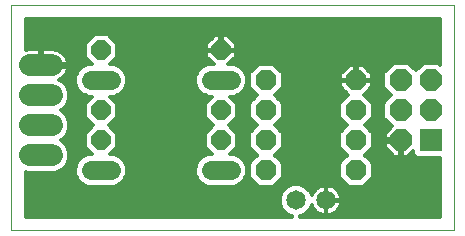
<source format=gtl>
G75*
%MOIN*%
%OFA0B0*%
%FSLAX24Y24*%
%IPPOS*%
%LPD*%
%AMOC8*
5,1,8,0,0,1.08239X$1,22.5*
%
%ADD10C,0.0000*%
%ADD11OC8,0.0680*%
%ADD12C,0.0650*%
%ADD13C,0.0720*%
%ADD14C,0.0640*%
%ADD15OC8,0.0640*%
%ADD16R,0.0740X0.0740*%
%ADD17OC8,0.0740*%
%ADD18C,0.0120*%
D10*
X000100Y000415D02*
X000100Y007911D01*
X014870Y007911D01*
X014870Y000415D01*
X000100Y000415D01*
D11*
X008600Y002415D03*
X008600Y003415D03*
X008600Y004415D03*
X008600Y005415D03*
X011600Y005415D03*
X011600Y004415D03*
X011600Y003415D03*
X011600Y002415D03*
D12*
X010600Y001415D03*
X009600Y001415D03*
D13*
X001460Y002915D02*
X000740Y002915D01*
X000740Y003915D02*
X001460Y003915D01*
X001460Y004915D02*
X000740Y004915D01*
X000740Y005915D02*
X001460Y005915D01*
D14*
X002780Y005415D02*
X003420Y005415D01*
X006780Y005415D02*
X007420Y005415D01*
X007420Y002415D02*
X006780Y002415D01*
X003420Y002415D02*
X002780Y002415D01*
D15*
X003100Y003415D03*
X003100Y004415D03*
X003100Y006415D03*
X007100Y006415D03*
X007100Y004415D03*
X007100Y003415D03*
D16*
X014100Y003415D03*
D17*
X013100Y003415D03*
X013100Y004415D03*
X014100Y004415D03*
X014100Y005415D03*
X013100Y005415D03*
D18*
X013600Y005750D02*
X013344Y006005D01*
X012856Y006005D01*
X012510Y005660D01*
X012510Y005171D01*
X012766Y004915D01*
X012510Y004660D01*
X012510Y004171D01*
X012794Y003887D01*
X012550Y003643D01*
X012550Y003455D01*
X013060Y003455D01*
X013060Y003375D01*
X013140Y003375D01*
X013140Y002865D01*
X013328Y002865D01*
X013510Y003048D01*
X013510Y002954D01*
X013639Y002825D01*
X014410Y002825D01*
X014410Y000875D01*
X009720Y000875D01*
X009909Y000953D01*
X010062Y001107D01*
X010122Y001252D01*
X010132Y001222D01*
X010168Y001151D01*
X010215Y001086D01*
X010271Y001030D01*
X010335Y000983D01*
X010406Y000947D01*
X010482Y000923D01*
X010560Y000910D01*
X010591Y000910D01*
X010591Y001406D01*
X010609Y001406D01*
X010609Y000910D01*
X010640Y000910D01*
X010718Y000923D01*
X010794Y000947D01*
X010865Y000983D01*
X010929Y001030D01*
X010985Y001086D01*
X011032Y001151D01*
X011068Y001222D01*
X011093Y001297D01*
X011105Y001376D01*
X011105Y001406D01*
X010609Y001406D01*
X010609Y001424D01*
X011105Y001424D01*
X011105Y001455D01*
X011093Y001534D01*
X011068Y001609D01*
X011032Y001680D01*
X010985Y001744D01*
X010929Y001801D01*
X010865Y001847D01*
X010794Y001883D01*
X010718Y001908D01*
X010640Y001920D01*
X010609Y001920D01*
X010609Y001424D01*
X010591Y001424D01*
X010591Y001920D01*
X010560Y001920D01*
X010482Y001908D01*
X010406Y001883D01*
X010335Y001847D01*
X010271Y001801D01*
X010215Y001744D01*
X010168Y001680D01*
X010132Y001609D01*
X010122Y001579D01*
X010062Y001724D01*
X009909Y001877D01*
X009708Y001960D01*
X009492Y001960D01*
X009291Y001877D01*
X009138Y001724D01*
X009055Y001524D01*
X009055Y001307D01*
X009138Y001107D01*
X009291Y000953D01*
X009480Y000875D01*
X000600Y000875D01*
X000600Y002346D01*
X000625Y002335D01*
X001575Y002335D01*
X001789Y002424D01*
X002240Y002424D01*
X002240Y002523D02*
X002240Y002308D01*
X002322Y002109D01*
X002474Y001958D01*
X002673Y001875D01*
X003527Y001875D01*
X003726Y001958D01*
X003878Y002109D01*
X003960Y002308D01*
X003960Y002523D01*
X003878Y002721D01*
X003726Y002873D01*
X003527Y002955D01*
X003404Y002955D01*
X003640Y003192D01*
X003640Y003639D01*
X003364Y003915D01*
X003640Y004192D01*
X003640Y004639D01*
X003404Y004875D01*
X003527Y004875D01*
X003726Y004958D01*
X003878Y005109D01*
X003960Y005308D01*
X003960Y005523D01*
X003878Y005721D01*
X003726Y005873D01*
X003527Y005955D01*
X003404Y005955D01*
X003640Y006192D01*
X003640Y006639D01*
X003324Y006955D01*
X002876Y006955D01*
X002560Y006639D01*
X002560Y006192D01*
X002796Y005955D01*
X002673Y005955D01*
X002474Y005873D01*
X002322Y005721D01*
X002240Y005523D01*
X002240Y005308D01*
X002322Y005109D01*
X002474Y004958D01*
X002673Y004875D01*
X002796Y004875D01*
X002560Y004639D01*
X002560Y004192D01*
X002836Y003915D01*
X002560Y003639D01*
X002560Y003192D01*
X002796Y002955D01*
X002673Y002955D01*
X002474Y002873D01*
X002322Y002721D01*
X002240Y002523D01*
X002248Y002543D02*
X001908Y002543D01*
X001952Y002587D02*
X002040Y002800D01*
X002040Y003031D01*
X001952Y003244D01*
X001789Y003407D01*
X001769Y003415D01*
X001789Y003424D01*
X001952Y003587D01*
X002040Y003800D01*
X002040Y004031D01*
X001952Y004244D01*
X001789Y004407D01*
X001769Y004415D01*
X001789Y004424D01*
X001952Y004587D01*
X002040Y004800D01*
X002040Y005031D01*
X001952Y005244D01*
X001789Y005407D01*
X001713Y005438D01*
X001743Y005454D01*
X001812Y005503D01*
X001872Y005564D01*
X001922Y005632D01*
X001960Y005708D01*
X001987Y005789D01*
X002000Y005873D01*
X002000Y005875D01*
X001140Y005875D01*
X001140Y005955D01*
X002000Y005955D01*
X002000Y005958D01*
X001987Y006042D01*
X001960Y006123D01*
X001922Y006198D01*
X001872Y006267D01*
X001812Y006327D01*
X001743Y006377D01*
X001667Y006416D01*
X001586Y006442D01*
X001502Y006455D01*
X001140Y006455D01*
X001140Y005955D01*
X001060Y005955D01*
X001060Y006455D01*
X000698Y006455D01*
X000614Y006442D01*
X000600Y006438D01*
X000600Y007451D01*
X014410Y007451D01*
X014410Y005940D01*
X014344Y006005D01*
X013856Y006005D01*
X013600Y005750D01*
X013489Y005861D02*
X013711Y005861D01*
X013830Y005979D02*
X013370Y005979D01*
X012830Y005979D02*
X007371Y005979D01*
X007347Y005955D02*
X007600Y006208D01*
X007600Y006395D01*
X007120Y006395D01*
X007120Y006435D01*
X007600Y006435D01*
X007600Y006622D01*
X007307Y006915D01*
X007120Y006915D01*
X007120Y006435D01*
X007080Y006435D01*
X007080Y006395D01*
X006600Y006395D01*
X006600Y006208D01*
X006853Y005955D01*
X006673Y005955D01*
X006474Y005873D01*
X006322Y005721D01*
X006240Y005523D01*
X006240Y005308D01*
X006322Y005109D01*
X006474Y004958D01*
X006673Y004875D01*
X006796Y004875D01*
X006560Y004639D01*
X006560Y004192D01*
X006836Y003915D01*
X006560Y003639D01*
X006560Y003192D01*
X006796Y002955D01*
X006673Y002955D01*
X006474Y002873D01*
X006322Y002721D01*
X006240Y002523D01*
X006240Y002308D01*
X006322Y002109D01*
X006474Y001958D01*
X006673Y001875D01*
X007527Y001875D01*
X007726Y001958D01*
X007878Y002109D01*
X007960Y002308D01*
X007960Y002523D01*
X007878Y002721D01*
X007726Y002873D01*
X007527Y002955D01*
X007404Y002955D01*
X007640Y003192D01*
X007640Y003639D01*
X007364Y003915D01*
X007640Y004192D01*
X007640Y004639D01*
X007404Y004875D01*
X007527Y004875D01*
X007726Y004958D01*
X007878Y005109D01*
X007960Y005308D01*
X007960Y005523D01*
X007878Y005721D01*
X007726Y005873D01*
X007527Y005955D01*
X007347Y005955D01*
X007490Y006098D02*
X014410Y006098D01*
X014410Y006216D02*
X007600Y006216D01*
X007600Y006335D02*
X014410Y006335D01*
X014410Y006453D02*
X007600Y006453D01*
X007600Y006572D02*
X014410Y006572D01*
X014410Y006690D02*
X007532Y006690D01*
X007414Y006809D02*
X014410Y006809D01*
X014410Y006927D02*
X003352Y006927D01*
X003470Y006809D02*
X006786Y006809D01*
X006893Y006915D02*
X006600Y006622D01*
X006600Y006435D01*
X007080Y006435D01*
X007080Y006915D01*
X006893Y006915D01*
X007080Y006809D02*
X007120Y006809D01*
X007120Y006690D02*
X007080Y006690D01*
X007080Y006572D02*
X007120Y006572D01*
X007120Y006453D02*
X007080Y006453D01*
X006668Y006690D02*
X003589Y006690D01*
X003640Y006572D02*
X006600Y006572D01*
X006600Y006453D02*
X003640Y006453D01*
X003640Y006335D02*
X006600Y006335D01*
X006600Y006216D02*
X003640Y006216D01*
X003546Y006098D02*
X006710Y006098D01*
X006829Y005979D02*
X003428Y005979D01*
X003738Y005861D02*
X006462Y005861D01*
X006343Y005742D02*
X003857Y005742D01*
X003918Y005624D02*
X006282Y005624D01*
X006240Y005505D02*
X003960Y005505D01*
X003960Y005387D02*
X006240Y005387D01*
X006256Y005268D02*
X003944Y005268D01*
X003895Y005150D02*
X006305Y005150D01*
X006400Y005031D02*
X003800Y005031D01*
X003618Y004913D02*
X006582Y004913D01*
X006715Y004794D02*
X003485Y004794D01*
X003603Y004676D02*
X006597Y004676D01*
X006560Y004557D02*
X003640Y004557D01*
X003640Y004439D02*
X006560Y004439D01*
X006560Y004320D02*
X003640Y004320D01*
X003640Y004202D02*
X006560Y004202D01*
X006668Y004083D02*
X003532Y004083D01*
X003413Y003965D02*
X006787Y003965D01*
X006767Y003846D02*
X003433Y003846D01*
X003551Y003728D02*
X006649Y003728D01*
X006560Y003609D02*
X003640Y003609D01*
X003640Y003491D02*
X006560Y003491D01*
X006560Y003372D02*
X003640Y003372D01*
X003640Y003254D02*
X006560Y003254D01*
X006616Y003135D02*
X003584Y003135D01*
X003465Y003017D02*
X006735Y003017D01*
X006535Y002898D02*
X003665Y002898D01*
X003819Y002780D02*
X006381Y002780D01*
X006297Y002661D02*
X003903Y002661D01*
X003952Y002543D02*
X006248Y002543D01*
X006240Y002424D02*
X003960Y002424D01*
X003959Y002306D02*
X006241Y002306D01*
X006290Y002187D02*
X003910Y002187D01*
X003837Y002069D02*
X006363Y002069D01*
X006491Y001950D02*
X003709Y001950D01*
X002491Y001950D02*
X000600Y001950D01*
X000600Y001832D02*
X009246Y001832D01*
X009134Y001713D02*
X000600Y001713D01*
X000600Y001595D02*
X009084Y001595D01*
X009055Y001476D02*
X000600Y001476D01*
X000600Y001358D02*
X009055Y001358D01*
X009083Y001239D02*
X000600Y001239D01*
X000600Y001121D02*
X009132Y001121D01*
X009242Y001002D02*
X000600Y001002D01*
X000600Y000884D02*
X009459Y000884D01*
X009741Y000884D02*
X014410Y000884D01*
X014410Y001002D02*
X010891Y001002D01*
X011010Y001121D02*
X014410Y001121D01*
X014410Y001239D02*
X011074Y001239D01*
X011102Y001358D02*
X014410Y001358D01*
X014410Y001476D02*
X011102Y001476D01*
X011073Y001595D02*
X014410Y001595D01*
X014410Y001713D02*
X011008Y001713D01*
X010886Y001832D02*
X014410Y001832D01*
X014410Y001950D02*
X011927Y001950D01*
X011832Y001855D02*
X012160Y002183D01*
X012160Y002647D01*
X011892Y002915D01*
X012160Y003183D01*
X012160Y003647D01*
X011892Y003915D01*
X012160Y004183D01*
X012160Y004647D01*
X011864Y004944D01*
X012120Y005200D01*
X012120Y005395D01*
X011620Y005395D01*
X011620Y005435D01*
X012120Y005435D01*
X012120Y005631D01*
X011815Y005935D01*
X011620Y005935D01*
X011620Y005435D01*
X011580Y005435D01*
X011580Y005395D01*
X011080Y005395D01*
X011080Y005200D01*
X011336Y004944D01*
X011040Y004647D01*
X011040Y004183D01*
X011308Y003915D01*
X011040Y003647D01*
X011040Y003183D01*
X011308Y002915D01*
X011040Y002647D01*
X011040Y002183D01*
X011368Y001855D01*
X011832Y001855D01*
X012045Y002069D02*
X014410Y002069D01*
X014410Y002187D02*
X012160Y002187D01*
X012160Y002306D02*
X014410Y002306D01*
X014410Y002424D02*
X012160Y002424D01*
X012160Y002543D02*
X014410Y002543D01*
X014410Y002661D02*
X012146Y002661D01*
X012027Y002780D02*
X014410Y002780D01*
X013566Y002898D02*
X013361Y002898D01*
X013479Y003017D02*
X013510Y003017D01*
X013140Y003017D02*
X013060Y003017D01*
X013060Y003135D02*
X013140Y003135D01*
X013140Y003254D02*
X013060Y003254D01*
X013060Y003372D02*
X013140Y003372D01*
X013060Y003375D02*
X013060Y002865D01*
X012872Y002865D01*
X012550Y003188D01*
X012550Y003375D01*
X013060Y003375D01*
X012721Y003017D02*
X011993Y003017D01*
X011909Y002898D02*
X012839Y002898D01*
X013060Y002898D02*
X013140Y002898D01*
X012602Y003135D02*
X012112Y003135D01*
X012160Y003254D02*
X012550Y003254D01*
X012550Y003372D02*
X012160Y003372D01*
X012160Y003491D02*
X012550Y003491D01*
X012550Y003609D02*
X012160Y003609D01*
X012079Y003728D02*
X012635Y003728D01*
X012753Y003846D02*
X011961Y003846D01*
X011941Y003965D02*
X012716Y003965D01*
X012598Y004083D02*
X012060Y004083D01*
X012160Y004202D02*
X012510Y004202D01*
X012510Y004320D02*
X012160Y004320D01*
X012160Y004439D02*
X012510Y004439D01*
X012510Y004557D02*
X012160Y004557D01*
X012131Y004676D02*
X012526Y004676D01*
X012645Y004794D02*
X012013Y004794D01*
X011894Y004913D02*
X012763Y004913D01*
X012650Y005031D02*
X011951Y005031D01*
X012070Y005150D02*
X012531Y005150D01*
X012510Y005268D02*
X012120Y005268D01*
X012120Y005387D02*
X012510Y005387D01*
X012510Y005505D02*
X012120Y005505D01*
X012120Y005624D02*
X012510Y005624D01*
X012593Y005742D02*
X012008Y005742D01*
X011890Y005861D02*
X012711Y005861D01*
X011620Y005861D02*
X011580Y005861D01*
X011580Y005935D02*
X011385Y005935D01*
X011080Y005631D01*
X011080Y005435D01*
X011580Y005435D01*
X011580Y005935D01*
X011310Y005861D02*
X008946Y005861D01*
X009065Y005742D02*
X011192Y005742D01*
X011080Y005624D02*
X009160Y005624D01*
X009160Y005647D02*
X008832Y005975D01*
X008368Y005975D01*
X008040Y005647D01*
X008040Y005183D01*
X008308Y004915D01*
X008040Y004647D01*
X008040Y004183D01*
X008308Y003915D01*
X008040Y003647D01*
X008040Y003183D01*
X008308Y002915D01*
X008040Y002647D01*
X008040Y002183D01*
X008368Y001855D01*
X008832Y001855D01*
X009160Y002183D01*
X009160Y002647D01*
X008892Y002915D01*
X009160Y003183D01*
X009160Y003647D01*
X008892Y003915D01*
X009160Y004183D01*
X009160Y004647D01*
X008892Y004915D01*
X009160Y005183D01*
X009160Y005647D01*
X009160Y005505D02*
X011080Y005505D01*
X011080Y005387D02*
X009160Y005387D01*
X009160Y005268D02*
X011080Y005268D01*
X011130Y005150D02*
X009126Y005150D01*
X009008Y005031D02*
X011249Y005031D01*
X011306Y004913D02*
X008894Y004913D01*
X009013Y004794D02*
X011187Y004794D01*
X011069Y004676D02*
X009131Y004676D01*
X009160Y004557D02*
X011040Y004557D01*
X011040Y004439D02*
X009160Y004439D01*
X009160Y004320D02*
X011040Y004320D01*
X011040Y004202D02*
X009160Y004202D01*
X009060Y004083D02*
X011140Y004083D01*
X011259Y003965D02*
X008941Y003965D01*
X008961Y003846D02*
X011239Y003846D01*
X011121Y003728D02*
X009079Y003728D01*
X009160Y003609D02*
X011040Y003609D01*
X011040Y003491D02*
X009160Y003491D01*
X009160Y003372D02*
X011040Y003372D01*
X011040Y003254D02*
X009160Y003254D01*
X009112Y003135D02*
X011088Y003135D01*
X011207Y003017D02*
X008993Y003017D01*
X008909Y002898D02*
X011291Y002898D01*
X011173Y002780D02*
X009027Y002780D01*
X009146Y002661D02*
X011054Y002661D01*
X011040Y002543D02*
X009160Y002543D01*
X009160Y002424D02*
X011040Y002424D01*
X011040Y002306D02*
X009160Y002306D01*
X009160Y002187D02*
X011040Y002187D01*
X011155Y002069D02*
X009045Y002069D01*
X008927Y001950D02*
X009468Y001950D01*
X009732Y001950D02*
X011273Y001950D01*
X010609Y001832D02*
X010591Y001832D01*
X010591Y001713D02*
X010609Y001713D01*
X010609Y001595D02*
X010591Y001595D01*
X010591Y001476D02*
X010609Y001476D01*
X010609Y001358D02*
X010591Y001358D01*
X010591Y001239D02*
X010609Y001239D01*
X010609Y001121D02*
X010591Y001121D01*
X010591Y001002D02*
X010609Y001002D01*
X010309Y001002D02*
X009958Y001002D01*
X010068Y001121D02*
X010190Y001121D01*
X010126Y001239D02*
X010117Y001239D01*
X010116Y001595D02*
X010127Y001595D01*
X010066Y001713D02*
X010192Y001713D01*
X010314Y001832D02*
X009954Y001832D01*
X008273Y001950D02*
X007709Y001950D01*
X007837Y002069D02*
X008155Y002069D01*
X008040Y002187D02*
X007910Y002187D01*
X007959Y002306D02*
X008040Y002306D01*
X008040Y002424D02*
X007960Y002424D01*
X007952Y002543D02*
X008040Y002543D01*
X008054Y002661D02*
X007903Y002661D01*
X007819Y002780D02*
X008173Y002780D01*
X008291Y002898D02*
X007665Y002898D01*
X007465Y003017D02*
X008207Y003017D01*
X008088Y003135D02*
X007584Y003135D01*
X007640Y003254D02*
X008040Y003254D01*
X008040Y003372D02*
X007640Y003372D01*
X007640Y003491D02*
X008040Y003491D01*
X008040Y003609D02*
X007640Y003609D01*
X007551Y003728D02*
X008121Y003728D01*
X008239Y003846D02*
X007433Y003846D01*
X007413Y003965D02*
X008259Y003965D01*
X008140Y004083D02*
X007532Y004083D01*
X007640Y004202D02*
X008040Y004202D01*
X008040Y004320D02*
X007640Y004320D01*
X007640Y004439D02*
X008040Y004439D01*
X008040Y004557D02*
X007640Y004557D01*
X007603Y004676D02*
X008069Y004676D01*
X008187Y004794D02*
X007485Y004794D01*
X007618Y004913D02*
X008306Y004913D01*
X008192Y005031D02*
X007800Y005031D01*
X007895Y005150D02*
X008074Y005150D01*
X008040Y005268D02*
X007944Y005268D01*
X007960Y005387D02*
X008040Y005387D01*
X008040Y005505D02*
X007960Y005505D01*
X007918Y005624D02*
X008040Y005624D01*
X008135Y005742D02*
X007857Y005742D01*
X007738Y005861D02*
X008254Y005861D01*
X011580Y005742D02*
X011620Y005742D01*
X011620Y005624D02*
X011580Y005624D01*
X011580Y005505D02*
X011620Y005505D01*
X014370Y005979D02*
X014410Y005979D01*
X014410Y007046D02*
X000600Y007046D01*
X000600Y007164D02*
X014410Y007164D01*
X014410Y007283D02*
X000600Y007283D01*
X000600Y007401D02*
X014410Y007401D01*
X002848Y006927D02*
X000600Y006927D01*
X000600Y006809D02*
X002730Y006809D01*
X002611Y006690D02*
X000600Y006690D01*
X000600Y006572D02*
X002560Y006572D01*
X002560Y006453D02*
X001515Y006453D01*
X001801Y006335D02*
X002560Y006335D01*
X002560Y006216D02*
X001909Y006216D01*
X001968Y006098D02*
X002654Y006098D01*
X002772Y005979D02*
X001997Y005979D01*
X001998Y005861D02*
X002462Y005861D01*
X002343Y005742D02*
X001972Y005742D01*
X001916Y005624D02*
X002282Y005624D01*
X002240Y005505D02*
X001814Y005505D01*
X001809Y005387D02*
X002240Y005387D01*
X002256Y005268D02*
X001927Y005268D01*
X001991Y005150D02*
X002305Y005150D01*
X002400Y005031D02*
X002040Y005031D01*
X002040Y004913D02*
X002582Y004913D01*
X002715Y004794D02*
X002038Y004794D01*
X001989Y004676D02*
X002597Y004676D01*
X002560Y004557D02*
X001922Y004557D01*
X001804Y004439D02*
X002560Y004439D01*
X002560Y004320D02*
X001875Y004320D01*
X001969Y004202D02*
X002560Y004202D01*
X002668Y004083D02*
X002018Y004083D01*
X002040Y003965D02*
X002787Y003965D01*
X002767Y003846D02*
X002040Y003846D01*
X002010Y003728D02*
X002649Y003728D01*
X002560Y003609D02*
X001961Y003609D01*
X001856Y003491D02*
X002560Y003491D01*
X002560Y003372D02*
X001823Y003372D01*
X001942Y003254D02*
X002560Y003254D01*
X002616Y003135D02*
X001997Y003135D01*
X002040Y003017D02*
X002735Y003017D01*
X002535Y002898D02*
X002040Y002898D01*
X002032Y002780D02*
X002381Y002780D01*
X002297Y002661D02*
X001983Y002661D01*
X001952Y002587D02*
X001789Y002424D01*
X002241Y002306D02*
X000600Y002306D01*
X000600Y002187D02*
X002290Y002187D01*
X002363Y002069D02*
X000600Y002069D01*
X001060Y005979D02*
X001140Y005979D01*
X001140Y006098D02*
X001060Y006098D01*
X001060Y006216D02*
X001140Y006216D01*
X001140Y006335D02*
X001060Y006335D01*
X001060Y006453D02*
X001140Y006453D01*
X000685Y006453D02*
X000600Y006453D01*
M02*

</source>
